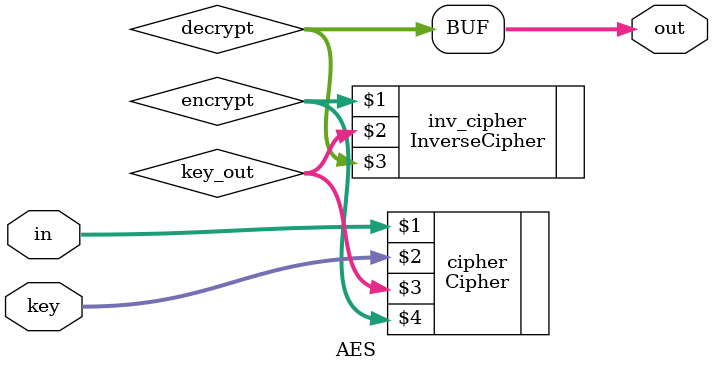
<source format=v>
module AES #(parameter Nk = 4, parameter Nr = 10) (
            input [127:0] in,
            input [Nk*32 - 1 : 0] key,
            output [127:0] out
);
wire [127:0] encrypt;
wire [128 * (Nr + 1) - 1:0] key_out;
wire [127:0] decrypt;

Cipher #(Nk, Nr) cipher (in, key, key_out, encrypt);

InverseCipher #(Nk, Nr) inv_cipher (encrypt, key_out, decrypt);

assign out = decrypt;

endmodule

//For 128
//3243f6a8885a308d313198a2e0370734
//2b7e151628aed2a6abf7158809cf4f3c
//3925841d02dc09fbdc118597196a0b32

//For 192
//00112233445566778899aabbccddeeff
//000102030405060708090a0b0c0d0e0f1011121314151617
//dda97ca4864cdfe06eaf70a0ec0d7191

//For 256
//00112233445566778899aabbccddeeff
//000102030405060708090a0b0c0d0e0f101112131415161718191a1b1c1d1e1f
//8ea2b7ca516745bfeafc49904b496089

</source>
